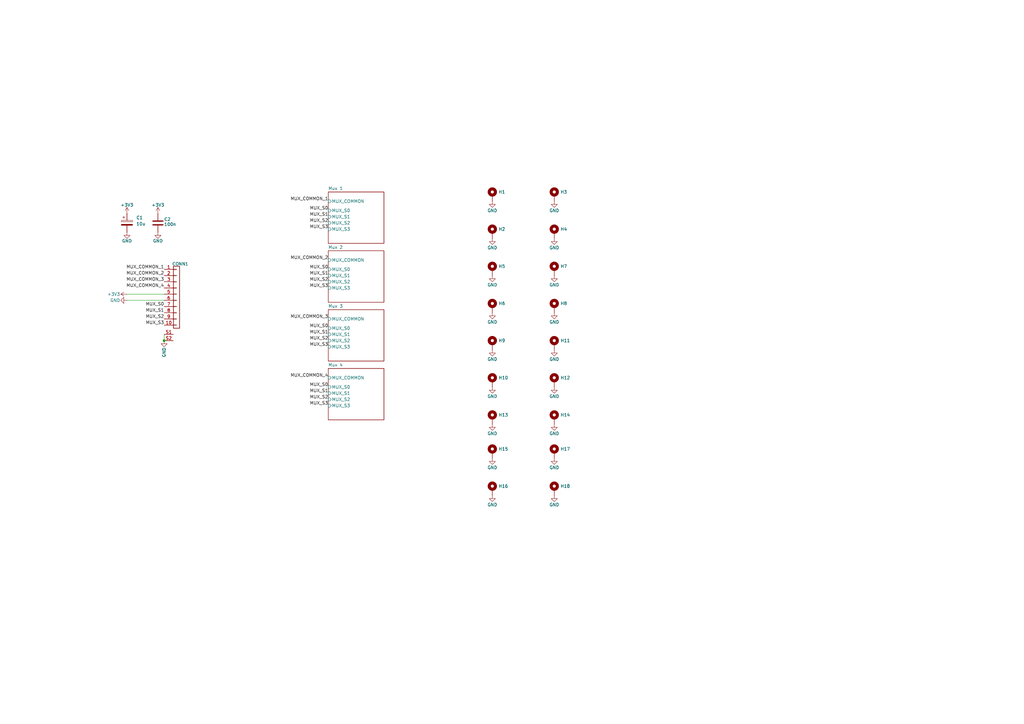
<source format=kicad_sch>
(kicad_sch (version 20250114) (generator "eeschema") (generator_version "9.0")
  (paper "A3")
  (lib_symbols
    (symbol "Connector_Generic:Conn_01x10" (pin_names (offset 1.016) (hide yes))
      (property "Reference" "CONN1" (at -1.778 11.684 0))
      (symbol "Conn_01x10_1_1"
        (rectangle (start -1.27 11.43) (end 1.27 -13.97) (stroke (width 0.254)))
        (rectangle (start -1.27 10.287) (end 0 10.033) (stroke (width 0.1524)))
        (rectangle (start -1.27 7.747) (end 0 7.493) (stroke (width 0.1524)))
        (rectangle (start -1.27 5.207) (end 0 4.953) (stroke (width 0.1524)))
        (rectangle (start -1.27 2.667) (end 0 2.413) (stroke (width 0.1524)))
        (rectangle (start -1.27 0.127) (end 0 -0.127) (stroke (width 0.1524)))
        (rectangle (start -1.27 -2.413) (end 0 -2.667) (stroke (width 0.1524)))
        (rectangle (start -1.27 -4.953) (end 0 -5.207) (stroke (width 0.1524)))
        (rectangle (start -1.27 -7.493) (end 0 -7.747) (stroke (width 0.1524)))
        (rectangle (start -1.27 -10.033) (end 0 -10.287) (stroke (width 0.1524)))
        (rectangle (start -1.27 -12.573) (end 0 -12.827) (stroke (width 0.1524)))
        (pin passive line (at -5.08 10.16 0) (length 3.81) (name "Pin_1") (number "1"))
        (pin passive line (at -5.08 7.62 0) (length 3.81) (name "Pin_2") (number "2"))
        (pin passive line (at -5.08 5.08 0) (length 3.81) (name "Pin_3") (number "3"))
        (pin passive line (at -5.08 2.54 0) (length 3.81) (name "Pin_4") (number "4"))
        (pin passive line (at -5.08 0 0) (length 3.81) (name "Pin_5") (number "5"))
        (pin passive line (at -5.08 -2.54 0) (length 3.81) (name "Pin_6") (number "6"))
        (pin passive line (at -5.08 -5.08 0) (length 3.81) (name "Pin_7") (number "7"))
        (pin passive line (at -5.08 -7.62 0) (length 3.81) (name "Pin_8") (number "8"))
        (pin passive line (at -5.08 -10.16 0) (length 3.81) (name "Pin_9") (number "9"))
        (pin passive line (at -5.08 -12.7 0) (length 3.81) (name "Pin_10") (number "10"))
        (pin passive line (at -5.08 -16.51 0) (length 3.81) (name "S1") (number "S1"))
        (pin passive line (at -5.08 -19.05 0) (length 3.81) (name "S2") (number "S2"))
      )
    )
    (symbol "Device:C" (pin_numbers (hide yes)) (pin_names (offset 0.254))
      (property "Reference" "C" (at 0.635 2.54 0))
      (property "Value" "C" (at 0.635 -2.54 0))
      (symbol "C_0_1"
        (polyline (pts (xy -2.032 0.762) (xy 2.032 0.762)) (stroke (width 0.508)))
        (polyline (pts (xy -2.032 -0.762) (xy 2.032 -0.762)) (stroke (width 0.508)))
      )
      (symbol "C_1_1"
        (pin passive line (at 0 3.81 270) (length 2.794) (name "~") (number "1"))
        (pin passive line (at 0 -3.81 90) (length 2.794) (name "~") (number "2"))
      )
    )
    (symbol "Device:C_Polarized" (pin_numbers (hide yes)) (pin_names (offset 0.254))
      (property "Reference" "C" (at 0.635 2.54 0))
      (property "Value" "C_Polarized" (at 0.635 -2.54 0))
      (symbol "C_Polarized_0_1"
        (rectangle (start -2.286 0.508) (end 2.286 1.016))
        (polyline (pts (xy -1.778 2.286) (xy -0.762 2.286)))
        (polyline (pts (xy -1.27 2.794) (xy -1.27 1.778)))
        (rectangle (start 2.286 -0.508) (end -2.286 -1.016) (fill (type outline)))
      )
      (symbol "C_Polarized_1_1"
        (pin passive line (at 0 3.81 270) (length 2.794) (name "~") (number "1"))
        (pin passive line (at 0 -3.81 90) (length 2.794) (name "~") (number "2"))
      )
    )
    (symbol "Mechanical:MountingHole_Pad" (pin_numbers (hide yes)) (pin_names (offset 1.016) (hide yes)) (in_bom no)
      (property "Reference" "H" (at 0 6.35 0))
      (property "Value" "MountingHole_Pad" (at 0 4.445 0))
      (symbol "MountingHole_Pad_0_1"
        (circle (center 0 1.27) (radius 1.27) (stroke (width 1.27)))
      )
      (symbol "MountingHole_Pad_1_1"
        (pin input line (at 0 -2.54 90) (length 2.54) (name "1") (number "1"))
      )
    )
    (symbol "power:+3V3" (power) (pin_numbers (hide yes)) (pin_names (offset 0) (hide yes))
      (property "Value" "+3V3" (at 0 3.556 0))
      (symbol "+3V3_0_1"
        (polyline (pts (xy -0.762 1.27) (xy 0 2.54)))
        (polyline (pts (xy 0 2.54) (xy 0.762 1.27)))
        (polyline (pts (xy 0 0) (xy 0 2.54)))
      )
      (symbol "+3V3_1_1"
        (pin power_in line (at 0 0 90) (length 0) (name "~") (number "1"))
      )
    )
    (symbol "power:GND" (power) (pin_numbers (hide yes)) (pin_names (offset 0) (hide yes))
      (property "Value" "GND" (at 0 -3.81 0))
      (symbol "GND_0_1"
        (polyline (pts (xy 0 0) (xy 0 -1.27) (xy 1.27 -1.27) (xy 0 -2.54) (xy -1.27 -1.27) (xy 0 -1.27)))
      )
      (symbol "GND_1_1"
        (pin power_in line (at 0 0 270) (length 0) (name "~") (number "1"))
      )
    )
  )
  (junction (at 67.31 139.7))
  (wire (pts (xy 52.07 123.19) (xy 67.31 123.19)))
  (wire (pts (xy 52.07 120.65) (xy 67.31 120.65)))
  (wire (pts (xy 67.31 137.16) (xy 67.31 139.7)))
  (label "MUX_S1" (at 134.62 137.16 180))
  (label "MUX_S2" (at 134.62 115.57 180))
  (label "MUX_COMMON_2" (at 134.62 106.68 180))
  (label "MUX_S3" (at 134.62 142.24 180))
  (label "MUX_S2" (at 134.62 139.7 180))
  (label "MUX_S2" (at 67.31 130.81 180))
  (label "MUX_S3" (at 67.31 133.35 180))
  (label "MUX_S1" (at 134.62 113.03 180))
  (label "MUX_COMMON_4" (at 134.62 154.94 180))
  (label "MUX_S0" (at 134.62 110.49 180))
  (label "MUX_S1" (at 134.62 161.29 180))
  (label "MUX_S3" (at 134.62 118.11 180))
  (label "MUX_S0" (at 67.31 125.73 180))
  (label "MUX_COMMON_2" (at 67.31 113.03 180))
  (label "MUX_COMMON_3" (at 67.31 115.57 180))
  (label "MUX_S0" (at 134.62 158.75 180))
  (label "MUX_S3" (at 134.62 93.98 180))
  (label "MUX_S0" (at 134.62 86.36 180))
  (label "MUX_S0" (at 134.62 134.62 180))
  (label "MUX_COMMON_3" (at 134.62 130.81 180))
  (label "MUX_S2" (at 134.62 163.83 180))
  (label "MUX_COMMON_4" (at 67.31 118.11 180))
  (label "MUX_S1" (at 134.62 88.9 180))
  (label "MUX_COMMON_1" (at 67.31 110.49 180))
  (label "MUX_S3" (at 134.62 166.37 180))
  (label "MUX_S1" (at 67.31 128.27 180))
  (label "MUX_S2" (at 134.62 91.44 180))
  (label "MUX_COMMON_1" (at 134.62 82.55 180))
  (symbol (lib_id "power:GND") (at 227.33 203.2 0) (unit 1)
    (property "Reference" "#PWR0289" (effects (hide yes)))
    (property "Value" "GND" (at 227.33 207.01 0))
    (property "Description" "Power symbol creates a global label with name \"GND\" , ground" (effects (hide yes)))
  )
  (symbol (lib_id "power:GND") (at 201.93 203.2 0) (unit 1)
    (property "Reference" "#PWR0280" (effects (hide yes)))
    (property "Value" "GND" (at 201.93 207.01 0))
    (property "Description" "Power symbol creates a global label with name \"GND\" , ground" (effects (hide yes)))
  )
  (symbol (lib_id "power:GND") (at 227.33 158.75 0) (unit 1)
    (property "Reference" "#PWR0286" (effects (hide yes)))
    (property "Value" "GND" (at 227.33 162.56 0))
    (property "Description" "Power symbol creates a global label with name \"GND\" , ground" (effects (hide yes)))
  )
  (symbol (lib_id "Mechanical:MountingHole_Pad") (at 201.93 200.66 0) (unit 1) (in_bom no)
    (property "Reference" "H16" (at 204.47 199.3899 0) (effects (justify left)))
    (property "Value" "MountingHole_Pad" (effects (hide yes)))
    (property "Footprint" "MountingHole:MountingHole_2.5mm_Pad" (effects (hide yes)))
    (property "Description" "Mounting Hole with connection" (effects (hide yes)))
  )
  (symbol (lib_id "power:GND") (at 201.93 187.96 0) (unit 1)
    (property "Reference" "#PWR0279" (effects (hide yes)))
    (property "Value" "GND" (at 201.93 191.77 0))
    (property "Description" "Power symbol creates a global label with name \"GND\" , ground" (effects (hide yes)))
  )
  (symbol (lib_id "power:GND") (at 201.93 82.55 0) (unit 1)
    (property "Reference" "#PWR0272" (effects (hide yes)))
    (property "Value" "GND" (at 201.93 86.36 0))
    (property "Description" "Power symbol creates a global label with name \"GND\" , ground" (effects (hide yes)))
  )
  (symbol (lib_id "Mechanical:MountingHole_Pad") (at 201.93 110.49 0) (unit 1) (in_bom no)
    (property "Reference" "H5" (at 204.47 109.2199 0) (effects (justify left)))
    (property "Value" "MountingHole_Pad" (effects (hide yes)))
    (property "Footprint" "MountingHole:MountingHole_2.5mm_Pad" (effects (hide yes)))
    (property "Description" "Mounting Hole with connection" (effects (hide yes)))
  )
  (symbol (lib_id "power:GND") (at 227.33 82.55 0) (unit 1)
    (property "Reference" "#PWR0281" (effects (hide yes)))
    (property "Value" "GND" (at 227.33 86.36 0))
    (property "Description" "Power symbol creates a global label with name \"GND\" , ground" (effects (hide yes)))
  )
  (symbol (lib_id "power:GND") (at 67.31 139.7 0) (unit 1)
    (property "Reference" "#PWR0271" (effects (hide yes)))
    (property "Value" "GND" (at 67.31 142.494 90) (effects (justify right)))
    (property "Description" "Power symbol creates a global label with name \"GND\" , ground" (effects (hide yes)))
  )
  (symbol (lib_id "power:+3V3") (at 52.07 120.65 90) (unit 1)
    (property "Reference" "#PWR01" (effects (hide yes)))
    (property "Value" "+3V3" (at 49.276 120.65 90) (effects (justify left)))
    (property "Description" "Power symbol creates a global label with name \"+3V3\"" (effects (hide yes)))
  )
  (symbol (lib_id "Mechanical:MountingHole_Pad") (at 201.93 156.21 0) (unit 1) (in_bom no)
    (property "Reference" "H10" (at 204.47 154.9399 0) (effects (justify left)))
    (property "Value" "MountingHole_Pad" (effects (hide yes)))
    (property "Footprint" "MountingHole:MountingHole_2.5mm_Pad" (effects (hide yes)))
    (property "Description" "Mounting Hole with connection" (effects (hide yes)))
  )
  (symbol (lib_id "Mechanical:MountingHole_Pad") (at 227.33 171.45 0) (unit 1) (in_bom no)
    (property "Reference" "H14" (at 229.87 170.1799 0) (effects (justify left)))
    (property "Value" "MountingHole_Pad" (effects (hide yes)))
    (property "Footprint" "MountingHole:MountingHole_2.5mm_Pad" (effects (hide yes)))
    (property "Description" "Mounting Hole with connection" (effects (hide yes)))
  )
  (symbol (lib_id "Mechanical:MountingHole_Pad") (at 227.33 95.25 0) (unit 1) (in_bom no)
    (property "Reference" "H4" (at 229.87 93.9799 0) (effects (justify left)))
    (property "Value" "MountingHole_Pad" (effects (hide yes)))
    (property "Footprint" "MountingHole:MountingHole_2.5mm_Pad" (effects (hide yes)))
    (property "Description" "Mounting Hole with connection" (effects (hide yes)))
  )
  (symbol (lib_id "Mechanical:MountingHole_Pad") (at 227.33 140.97 0) (unit 1) (in_bom no)
    (property "Reference" "H11" (at 229.87 139.6999 0) (effects (justify left)))
    (property "Value" "MountingHole_Pad" (effects (hide yes)))
    (property "Footprint" "MountingHole:MountingHole_2.5mm_Pad" (effects (hide yes)))
    (property "Description" "Mounting Hole with connection" (effects (hide yes)))
  )
  (symbol (lib_id "power:GND") (at 52.07 95.25 0) (unit 1)
    (property "Reference" "#PWR03" (effects (hide yes)))
    (property "Value" "GND" (at 52.07 98.806 0))
    (property "Description" "Power symbol creates a global label with name \"GND\" , ground" (effects (hide yes)))
  )
  (symbol (lib_id "power:GND") (at 201.93 128.27 0) (unit 1)
    (property "Reference" "#PWR0275" (effects (hide yes)))
    (property "Value" "GND" (at 201.93 132.08 0))
    (property "Description" "Power symbol creates a global label with name \"GND\" , ground" (effects (hide yes)))
  )
  (symbol (lib_id "Mechanical:MountingHole_Pad") (at 227.33 125.73 0) (unit 1) (in_bom no)
    (property "Reference" "H8" (at 229.87 124.4599 0) (effects (justify left)))
    (property "Value" "MountingHole_Pad" (effects (hide yes)))
    (property "Footprint" "MountingHole:MountingHole_2.5mm_Pad" (effects (hide yes)))
    (property "Description" "Mounting Hole with connection" (effects (hide yes)))
  )
  (symbol (lib_id "power:GND") (at 227.33 113.03 0) (unit 1)
    (property "Reference" "#PWR0283" (effects (hide yes)))
    (property "Value" "GND" (at 227.33 116.84 0))
    (property "Description" "Power symbol creates a global label with name \"GND\" , ground" (effects (hide yes)))
  )
  (symbol (lib_id "Mechanical:MountingHole_Pad") (at 227.33 80.01 0) (unit 1) (in_bom no)
    (property "Reference" "H3" (at 229.87 78.7399 0) (effects (justify left)))
    (property "Value" "MountingHole_Pad" (effects (hide yes)))
    (property "Footprint" "MountingHole:MountingHole_2.5mm_Pad" (effects (hide yes)))
    (property "Description" "Mounting Hole with connection" (effects (hide yes)))
  )
  (symbol (lib_id "power:+3V3") (at 52.07 87.63 0) (unit 1)
    (property "Reference" "#PWR05" (effects (hide yes)))
    (property "Value" "+3V3" (at 52.07 84.074 0))
    (property "Description" "Power symbol creates a global label with name \"+3V3\"" (effects (hide yes)))
  )
  (symbol (lib_id "power:GND") (at 227.33 173.99 0) (unit 1)
    (property "Reference" "#PWR0287" (effects (hide yes)))
    (property "Value" "GND" (at 227.33 177.8 0))
    (property "Description" "Power symbol creates a global label with name \"GND\" , ground" (effects (hide yes)))
  )
  (symbol (lib_id "power:GND") (at 201.93 113.03 0) (unit 1)
    (property "Reference" "#PWR0274" (effects (hide yes)))
    (property "Value" "GND" (at 201.93 116.84 0))
    (property "Description" "Power symbol creates a global label with name \"GND\" , ground" (effects (hide yes)))
  )
  (symbol (lib_id "Mechanical:MountingHole_Pad") (at 227.33 185.42 0) (unit 1) (in_bom no)
    (property "Reference" "H17" (at 229.87 184.1499 0) (effects (justify left)))
    (property "Value" "MountingHole_Pad" (effects (hide yes)))
    (property "Footprint" "MountingHole:MountingHole_2.5mm_Pad" (effects (hide yes)))
    (property "Description" "Mounting Hole with connection" (effects (hide yes)))
  )
  (symbol (lib_id "Mechanical:MountingHole_Pad") (at 201.93 185.42 0) (unit 1) (in_bom no)
    (property "Reference" "H15" (at 204.47 184.1499 0) (effects (justify left)))
    (property "Value" "MountingHole_Pad" (effects (hide yes)))
    (property "Footprint" "MountingHole:MountingHole_2.5mm_Pad" (effects (hide yes)))
    (property "Description" "Mounting Hole with connection" (effects (hide yes)))
  )
  (symbol (lib_id "Mechanical:MountingHole_Pad") (at 201.93 95.25 0) (unit 1) (in_bom no)
    (property "Reference" "H2" (at 204.47 93.9799 0) (effects (justify left)))
    (property "Value" "MountingHole_Pad" (effects (hide yes)))
    (property "Footprint" "MountingHole:MountingHole_2.5mm_Pad" (effects (hide yes)))
    (property "Description" "Mounting Hole with connection" (effects (hide yes)))
  )
  (symbol (lib_id "power:GND") (at 201.93 97.79 0) (unit 1)
    (property "Reference" "#PWR0273" (effects (hide yes)))
    (property "Value" "GND" (at 201.93 101.6 0))
    (property "Description" "Power symbol creates a global label with name \"GND\" , ground" (effects (hide yes)))
  )
  (symbol (lib_id "power:+3V3") (at 64.77 87.63 0) (unit 1)
    (property "Reference" "#PWR06" (effects (hide yes)))
    (property "Value" "+3V3" (at 64.77 84.074 0))
    (property "Description" "Power symbol creates a global label with name \"+3V3\"" (effects (hide yes)))
  )
  (symbol (lib_id "power:GND") (at 227.33 187.96 0) (unit 1)
    (property "Reference" "#PWR0288" (effects (hide yes)))
    (property "Value" "GND" (at 227.33 191.77 0))
    (property "Description" "Power symbol creates a global label with name \"GND\" , ground" (effects (hide yes)))
  )
  (symbol (lib_id "Mechanical:MountingHole_Pad") (at 201.93 125.73 0) (unit 1) (in_bom no)
    (property "Reference" "H6" (at 204.47 124.4599 0) (effects (justify left)))
    (property "Value" "MountingHole_Pad" (effects (hide yes)))
    (property "Footprint" "MountingHole:MountingHole_2.5mm_Pad" (effects (hide yes)))
    (property "Description" "Mounting Hole with connection" (effects (hide yes)))
  )
  (symbol (lib_id "Device:C") (at 64.77 91.44 0) (unit 1)
    (property "Reference" "C2" (at 67.31 90.678 0) (effects (justify left bottom)))
    (property "Value" "100n" (at 67.31 92.71 0) (effects (justify left bottom)))
    (property "Footprint" "Capacitor_SMD:C_0402_1005Metric" (effects (hide yes)))
    (property "Description" "Unpolarized capacitor" (effects (hide yes)))
    (property "LCSC" "C1525" (effects (hide yes)))
  )
  (symbol (lib_id "Mechanical:MountingHole_Pad") (at 201.93 140.97 0) (unit 1) (in_bom no)
    (property "Reference" "H9" (at 204.47 139.6999 0) (effects (justify left)))
    (property "Value" "MountingHole_Pad" (effects (hide yes)))
    (property "Footprint" "MountingHole:MountingHole_2.5mm_Pad" (effects (hide yes)))
    (property "Description" "Mounting Hole with connection" (effects (hide yes)))
  )
  (symbol (lib_id "Connector_Generic:Conn_01x10") (at 72.39 120.65 0) (unit 1)
    (property "Reference" "CONN1" (at 70.612 108.966 0) (effects (justify left bottom)))
    (property "Footprint" "Igor:CONN_SM10B-SRSS-TB_JST" (effects (hide yes)))
    (property "Description" "Generic connector, single row, 01x10, script generated (kicad-library-utils/schlib/autogen/connector/)" (effects (hide yes)))
    (property "LCSC" "C160409" (effects (hide yes)))
  )
  (symbol (lib_id "power:GND") (at 201.93 143.51 0) (unit 1)
    (property "Reference" "#PWR0276" (effects (hide yes)))
    (property "Value" "GND" (at 201.93 147.32 0))
    (property "Description" "Power symbol creates a global label with name \"GND\" , ground" (effects (hide yes)))
  )
  (symbol (lib_id "Mechanical:MountingHole_Pad") (at 227.33 156.21 0) (unit 1) (in_bom no)
    (property "Reference" "H12" (at 229.87 154.9399 0) (effects (justify left)))
    (property "Value" "MountingHole_Pad" (effects (hide yes)))
    (property "Footprint" "MountingHole:MountingHole_2.5mm_Pad" (effects (hide yes)))
    (property "Description" "Mounting Hole with connection" (effects (hide yes)))
  )
  (symbol (lib_id "power:GND") (at 52.07 123.19 270) (unit 1)
    (property "Reference" "#PWR02" (effects (hide yes)))
    (property "Value" "GND" (at 49.276 123.19 90) (effects (justify right)))
    (property "Description" "Power symbol creates a global label with name \"GND\" , ground" (effects (hide yes)))
  )
  (symbol (lib_id "Mechanical:MountingHole_Pad") (at 201.93 171.45 0) (unit 1) (in_bom no)
    (property "Reference" "H13" (at 204.47 170.1799 0) (effects (justify left)))
    (property "Value" "MountingHole_Pad" (effects (hide yes)))
    (property "Footprint" "MountingHole:MountingHole_2.5mm_Pad" (effects (hide yes)))
    (property "Description" "Mounting Hole with connection" (effects (hide yes)))
  )
  (symbol (lib_id "power:GND") (at 227.33 143.51 0) (unit 1)
    (property "Reference" "#PWR0285" (effects (hide yes)))
    (property "Value" "GND" (at 227.33 147.32 0))
    (property "Description" "Power symbol creates a global label with name \"GND\" , ground" (effects (hide yes)))
  )
  (symbol (lib_id "power:GND") (at 64.77 95.25 0) (unit 1)
    (property "Reference" "#PWR04" (effects (hide yes)))
    (property "Value" "GND" (at 64.77 98.806 0))
    (property "Description" "Power symbol creates a global label with name \"GND\" , ground" (effects (hide yes)))
  )
  (symbol (lib_id "Mechanical:MountingHole_Pad") (at 201.93 80.01 0) (unit 1) (in_bom no)
    (property "Reference" "H1" (at 204.47 78.7399 0) (effects (justify left)))
    (property "Value" "MountingHole_Pad" (effects (hide yes)))
    (property "Footprint" "MountingHole:MountingHole_2.5mm_Pad" (effects (hide yes)))
    (property "Description" "Mounting Hole with connection" (effects (hide yes)))
  )
  (symbol (lib_id "power:GND") (at 227.33 97.79 0) (unit 1)
    (property "Reference" "#PWR0282" (effects (hide yes)))
    (property "Value" "GND" (at 227.33 101.6 0))
    (property "Description" "Power symbol creates a global label with name \"GND\" , ground" (effects (hide yes)))
  )
  (symbol (lib_id "Device:C_Polarized") (at 52.07 91.44 0) (unit 1)
    (property "Reference" "C1" (at 55.88 89.2809 0) (effects (justify left)))
    (property "Value" "10u" (at 55.88 91.8209 0) (effects (justify left)))
    (property "Footprint" "Capacitor_SMD:CP_Elec_4x5.4" (effects (hide yes)))
    (property "Description" "Polarized capacitor" (effects (hide yes)))
    (property "LCSC" "C4747968" (effects (hide yes)))
  )
  (symbol (lib_id "power:GND") (at 227.33 128.27 0) (unit 1)
    (property "Reference" "#PWR0284" (effects (hide yes)))
    (property "Value" "GND" (at 227.33 132.08 0))
    (property "Description" "Power symbol creates a global label with name \"GND\" , ground" (effects (hide yes)))
  )
  (symbol (lib_id "Mechanical:MountingHole_Pad") (at 227.33 200.66 0) (unit 1) (in_bom no)
    (property "Reference" "H18" (at 229.87 199.3899 0) (effects (justify left)))
    (property "Value" "MountingHole_Pad" (effects (hide yes)))
    (property "Footprint" "MountingHole:MountingHole_2.5mm_Pad" (effects (hide yes)))
    (property "Description" "Mounting Hole with connection" (effects (hide yes)))
  )
  (symbol (lib_id "power:GND") (at 201.93 173.99 0) (unit 1)
    (property "Reference" "#PWR0278" (effects (hide yes)))
    (property "Value" "GND" (at 201.93 177.8 0))
    (property "Description" "Power symbol creates a global label with name \"GND\" , ground" (effects (hide yes)))
  )
  (symbol (lib_id "power:GND") (at 201.93 158.75 0) (unit 1)
    (property "Reference" "#PWR0277" (effects (hide yes)))
    (property "Value" "GND" (at 201.93 162.56 0))
    (property "Description" "Power symbol creates a global label with name \"GND\" , ground" (effects (hide yes)))
  )
  (symbol (lib_id "Mechanical:MountingHole_Pad") (at 227.33 110.49 0) (unit 1) (in_bom no)
    (property "Reference" "H7" (at 229.87 109.2199 0) (effects (justify left)))
    (property "Value" "MountingHole_Pad" (effects (hide yes)))
    (property "Footprint" "MountingHole:MountingHole_2.5mm_Pad" (effects (hide yes)))
    (property "Description" "Mounting Hole with connection" (effects (hide yes)))
  )
  (sheet (at 134.62 78.74) (size 22.86 21.082) (stroke (width 0.1524))
    (property "Sheetname" "Mux 1" (at 134.62 78.0284 0) (effects (justify left bottom)))
    (property "Sheetfile" "Mux.kicad_sch" (effects (hide yes)))
    (pin "MUX_COMMON" input (at 134.62 82.55 180))
    (pin "MUX_S0" input (at 134.62 86.36 180))
    (pin "MUX_S1" input (at 134.62 88.9 180))
    (pin "MUX_S2" input (at 134.62 91.44 180))
    (pin "MUX_S3" input (at 134.62 93.98 180))
  )
  (sheet (at 134.62 127) (size 22.86 21.082) (stroke (width 0.1524))
    (property "Sheetname" "Mux 3" (at 134.62 126.2884 0) (effects (justify left bottom)))
    (property "Sheetfile" "Mux.kicad_sch" (effects (hide yes)))
    (pin "MUX_COMMON" input (at 134.62 130.81 180))
    (pin "MUX_S0" input (at 134.62 134.62 180))
    (pin "MUX_S1" input (at 134.62 137.16 180))
    (pin "MUX_S2" input (at 134.62 139.7 180))
    (pin "MUX_S3" input (at 134.62 142.24 180))
  )
  (sheet (at 134.62 102.87) (size 22.86 21.082) (stroke (width 0.1524))
    (property "Sheetname" "Mux 2" (at 134.62 102.1584 0) (effects (justify left bottom)))
    (property "Sheetfile" "Mux.kicad_sch" (effects (hide yes)))
    (pin "MUX_COMMON" input (at 134.62 106.68 180))
    (pin "MUX_S0" input (at 134.62 110.49 180))
    (pin "MUX_S1" input (at 134.62 113.03 180))
    (pin "MUX_S2" input (at 134.62 115.57 180))
    (pin "MUX_S3" input (at 134.62 118.11 180))
  )
  (sheet (at 134.62 151.13) (size 22.86 21.082) (stroke (width 0.1524))
    (property "Sheetname" "Mux 4" (at 134.62 150.4184 0) (effects (justify left bottom)))
    (property "Sheetfile" "Mux.kicad_sch" (effects (hide yes)))
    (pin "MUX_COMMON" input (at 134.62 154.94 180))
    (pin "MUX_S0" input (at 134.62 158.75 180))
    (pin "MUX_S1" input (at 134.62 161.29 180))
    (pin "MUX_S2" input (at 134.62 163.83 180))
    (pin "MUX_S3" input (at 134.62 166.37 180))
  )
)
</source>
